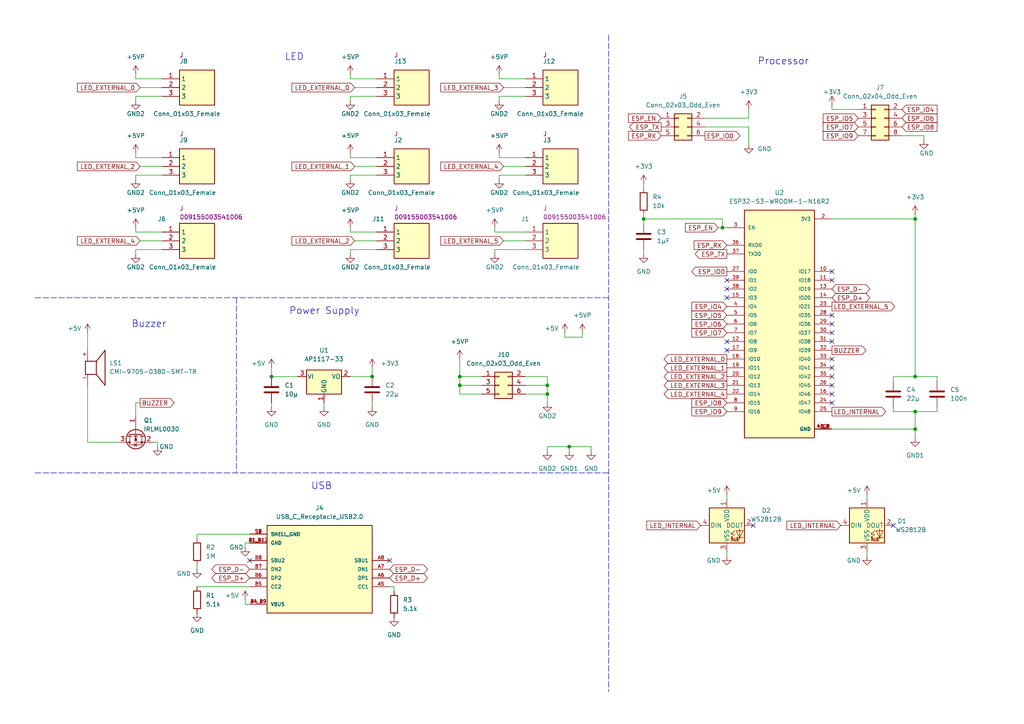
<source format=kicad_sch>
(kicad_sch (version 20211123) (generator eeschema)
  (paper "A4")
  (title_block (title "FabLight") (date "2023-03-22") (rev "1") (company "RLKM UG"))
  (lib_symbols
    (symbol "AMS1117:AP1117-33" (pin_names (offset 0.254))
      (property "Reference" "U" (at -3.81 3.175 0))
      (property "Value" "AP1117-33" (at 0 3.175 0))
      (symbol "AP1117-33_0_1"
        (rectangle (start -5.08 -5.08) (end 5.08 1.905) (stroke (width 0.254)) (fill (type background)))
      )
      (symbol "AP1117-33_1_1"
        (pin power_in line (at 0 -7.62 90) (length 2.54) (name "GND") (number "1"))
        (pin passive line (at 7.62 0 180) (length 2.54) (name "VO") (number "2"))
        (pin power_in line (at -7.62 0 0) (length 2.54) (name "VI") (number "3"))
      )
    )
    (symbol "CUI:CMI-9705-0380-SMT-TR" (pin_numbers hide) (pin_names (offset 1.016) hide)
      (property "Reference" "LS" (at -1.27 6.35 0))
      (property "Value" "CMI-9705-0380-SMT-TR" (at -1.27 -8.255 0))
      (symbol "CMI-9705-0380-SMT-TR_0_0"
        (polyline (pts (xy -3.175 -1.905) (xy -2.54 -1.905)) (stroke (width 0.254)))
        (polyline (pts (xy -3.175 1.905) (xy -3.175 -1.905)) (stroke (width 0.254)))
        (polyline (pts (xy -3.175 1.905) (xy -2.54 1.905)) (stroke (width 0.254)))
        (polyline (pts (xy -2.54 -2.54) (xy -2.54 -1.905)) (stroke (width 0.1524)))
        (polyline (pts (xy -2.54 -1.905) (xy 0 -1.905)) (stroke (width 0.254)))
        (polyline (pts (xy -2.54 1.905) (xy 0 1.905)) (stroke (width 0.254)))
        (polyline (pts (xy -2.54 2.54) (xy -2.54 1.905)) (stroke (width 0.1524)))
        (polyline (pts (xy 0 -1.905) (xy 0 1.905)) (stroke (width 0.254)))
        (polyline (pts (xy 0 -1.905) (xy 2.54 -5.08)) (stroke (width 0.254)))
        (polyline (pts (xy 0 1.905) (xy 2.54 5.08)) (stroke (width 0.254)))
        (polyline (pts (xy 2.54 -5.08) (xy 2.54 5.08)) (stroke (width 0.254)))
        (text "+" (at -4.318 3.302 0) (effects (font (size 1.27 1.27)) (justify left bottom)))
        (text "-" (at -4.318 -3.556 0) (effects (font (size 1.27 1.27)) (justify left bottom)))
        (pin passive line (at -2.54 -5.08 90) (length 2.54) (name "~") (number "N"))
        (pin passive line (at -2.54 5.08 270) (length 2.54) (name "~") (number "P"))
      )
    )
    (symbol "Connector_Generic:Conn_02x03_Odd_Even" (pin_names (offset 1.016) hide)
      (property "Reference" "J" (at 1.27 5.08 0))
      (property "Value" "Conn_02x03_Odd_Even" (at 1.27 -5.08 0))
      (symbol "Conn_02x03_Odd_Even_1_1"
        (rectangle (start -1.27 -2.413) (end 0 -2.667) (stroke (width 0.1524)))
        (rectangle (start -1.27 0.127) (end 0 -0.127) (stroke (width 0.1524)))
        (rectangle (start -1.27 2.667) (end 0 2.413) (stroke (width 0.1524)))
        (rectangle (start -1.27 3.81) (end 3.81 -3.81) (stroke (width 0.254)) (fill (type background)))
        (rectangle (start 3.81 -2.413) (end 2.54 -2.667) (stroke (width 0.1524)))
        (rectangle (start 3.81 0.127) (end 2.54 -0.127) (stroke (width 0.1524)))
        (rectangle (start 3.81 2.667) (end 2.54 2.413) (stroke (width 0.1524)))
        (pin passive line (at -5.08 2.54 0) (length 3.81) (name "Pin_1") (number "1"))
        (pin passive line (at 7.62 2.54 180) (length 3.81) (name "Pin_2") (number "2"))
        (pin passive line (at -5.08 0 0) (length 3.81) (name "Pin_3") (number "3"))
        (pin passive line (at 7.62 0 180) (length 3.81) (name "Pin_4") (number "4"))
        (pin passive line (at -5.08 -2.54 0) (length 3.81) (name "Pin_5") (number "5"))
        (pin passive line (at 7.62 -2.54 180) (length 3.81) (name "Pin_6") (number "6"))
      )
    )
    (symbol "Connector_Generic:Conn_02x04_Odd_Even" (pin_names (offset 1.016) hide)
      (property "Reference" "J" (at 1.27 5.08 0))
      (property "Value" "Conn_02x04_Odd_Even" (at 1.27 -7.62 0))
      (symbol "Conn_02x04_Odd_Even_1_1"
        (rectangle (start -1.27 -4.953) (end 0 -5.207) (stroke (width 0.1524)))
        (rectangle (start -1.27 -2.413) (end 0 -2.667) (stroke (width 0.1524)))
        (rectangle (start -1.27 0.127) (end 0 -0.127) (stroke (width 0.1524)))
        (rectangle (start -1.27 2.667) (end 0 2.413) (stroke (width 0.1524)))
        (rectangle (start -1.27 3.81) (end 3.81 -6.35) (stroke (width 0.254)) (fill (type background)))
        (rectangle (start 3.81 -4.953) (end 2.54 -5.207) (stroke (width 0.1524)))
        (rectangle (start 3.81 -2.413) (end 2.54 -2.667) (stroke (width 0.1524)))
        (rectangle (start 3.81 0.127) (end 2.54 -0.127) (stroke (width 0.1524)))
        (rectangle (start 3.81 2.667) (end 2.54 2.413) (stroke (width 0.1524)))
        (pin passive line (at -5.08 2.54 0) (length 3.81) (name "Pin_1") (number "1"))
        (pin passive line (at 7.62 2.54 180) (length 3.81) (name "Pin_2") (number "2"))
        (pin passive line (at -5.08 0 0) (length 3.81) (name "Pin_3") (number "3"))
        (pin passive line (at 7.62 0 180) (length 3.81) (name "Pin_4") (number "4"))
        (pin passive line (at -5.08 -2.54 0) (length 3.81) (name "Pin_5") (number "5"))
        (pin passive line (at 7.62 -2.54 180) (length 3.81) (name "Pin_6") (number "6"))
        (pin passive line (at -5.08 -5.08 0) (length 3.81) (name "Pin_7") (number "7"))
        (pin passive line (at 7.62 -5.08 180) (length 3.81) (name "Pin_8") (number "8"))
      )
    )
    (symbol "Device:C" (pin_numbers hide) (pin_names (offset 0.254))
      (property "Reference" "C" (at 0.635 2.54 0))
      (property "Value" "C" (at 0.635 -2.54 0))
      (symbol "C_0_1"
        (polyline (pts (xy -2.032 -0.762) (xy 2.032 -0.762)) (stroke (width 0.508)))
        (polyline (pts (xy -2.032 0.762) (xy 2.032 0.762)) (stroke (width 0.508)))
      )
      (symbol "C_1_1"
        (pin passive line (at 0 3.81 270) (length 2.794) (name "~") (number "1"))
        (pin passive line (at 0 -3.81 90) (length 2.794) (name "~") (number "2"))
      )
    )
    (symbol "Device:R" (pin_numbers hide) (pin_names (offset 0))
      (property "Reference" "R" (at 2.032 0 90))
      (property "Value" "R" (at 0 0 90))
      (symbol "R_0_1"
        (rectangle (start -1.016 -2.54) (end 1.016 2.54) (stroke (width 0.254)))
      )
      (symbol "R_1_1"
        (pin passive line (at 0 3.81 270) (length 1.27) (name "~") (number "1"))
        (pin passive line (at 0 -3.81 90) (length 1.27) (name "~") (number "2"))
      )
    )
    (symbol "ESP32-S3:ESP32-S3-WROOM-1-N16R2" (pin_names (offset 1.016))
      (property "Reference" "U" (at -10.16 34.1122 0))
      (property "Value" "ESP32-S3-WROOM-1-N16R2" (at -10.16 -35.56 0))
      (symbol "ESP32-S3-WROOM-1-N16R2_0_0"
        (rectangle (start -10.16 -33.02) (end 10.16 33.02) (stroke (width 0.254)) (fill (type background)))
        (pin power_in line (at 15.24 -30.48 180) (length 5.08) (name "GND") (number "1"))
        (pin bidirectional line (at 15.24 15.24 180) (length 5.08) (name "IO17") (number "10"))
        (pin bidirectional line (at 15.24 12.7 180) (length 5.08) (name "IO18") (number "11"))
        (pin bidirectional line (at -15.24 -5.08 0) (length 5.08) (name "IO8") (number "12"))
        (pin bidirectional line (at 15.24 10.16 180) (length 5.08) (name "IO19") (number "13"))
        (pin bidirectional line (at 15.24 7.62 180) (length 5.08) (name "IO20") (number "14"))
        (pin bidirectional line (at -15.24 7.62 0) (length 5.08) (name "IO3") (number "15"))
        (pin bidirectional line (at 15.24 -20.32 180) (length 5.08) (name "IO46") (number "16"))
        (pin bidirectional line (at -15.24 -7.62 0) (length 5.08) (name "IO9") (number "17"))
        (pin bidirectional line (at -15.24 -10.16 0) (length 5.08) (name "IO10") (number "18"))
        (pin bidirectional line (at -15.24 -12.7 0) (length 5.08) (name "IO11") (number "19"))
        (pin power_in line (at 15.24 30.48 180) (length 5.08) (name "3V3") (number "2"))
        (pin bidirectional line (at -15.24 -15.24 0) (length 5.08) (name "IO12") (number "20"))
        (pin bidirectional line (at -15.24 -17.78 0) (length 5.08) (name "IO13") (number "21"))
        (pin bidirectional line (at -15.24 -20.32 0) (length 5.08) (name "IO14") (number "22"))
        (pin bidirectional line (at 15.24 5.08 180) (length 5.08) (name "IO21") (number "23"))
        (pin bidirectional line (at 15.24 -22.86 180) (length 5.08) (name "IO47") (number "24"))
        (pin bidirectional line (at 15.24 -25.4 180) (length 5.08) (name "IO48") (number "25"))
        (pin bidirectional line (at 15.24 -17.78 180) (length 5.08) (name "IO45") (number "26"))
        (pin bidirectional line (at -15.24 15.24 0) (length 5.08) (name "IO0") (number "27"))
        (pin bidirectional line (at 15.24 2.54 180) (length 5.08) (name "IO35") (number "28"))
        (pin bidirectional line (at 15.24 0 180) (length 5.08) (name "IO36") (number "29"))
        (pin input line (at -15.24 27.94 0) (length 5.08) (name "EN") (number "3"))
        (pin bidirectional line (at 15.24 -2.54 180) (length 5.08) (name "IO37") (number "30"))
        (pin bidirectional line (at 15.24 -5.08 180) (length 5.08) (name "IO38") (number "31"))
        (pin bidirectional line (at 15.24 -7.62 180) (length 5.08) (name "IO39") (number "32"))
        (pin bidirectional line (at 15.24 -10.16 180) (length 5.08) (name "IO40") (number "33"))
        (pin bidirectional line (at 15.24 -12.7 180) (length 5.08) (name "IO41") (number "34"))
        (pin bidirectional line (at 15.24 -15.24 180) (length 5.08) (name "IO42") (number "35"))
        (pin bidirectional line (at -15.24 22.86 0) (length 5.08) (name "RXD0") (number "36"))
        (pin bidirectional line (at -15.24 20.32 0) (length 5.08) (name "TXD0") (number "37"))
        (pin bidirectional line (at -15.24 10.16 0) (length 5.08) (name "IO2") (number "38"))
        (pin bidirectional line (at -15.24 12.7 0) (length 5.08) (name "IO1") (number "39"))
        (pin bidirectional line (at -15.24 5.08 0) (length 5.08) (name "IO4") (number "4"))
        (pin power_in line (at 15.24 -30.48 180) (length 5.08) (name "GND") (number "40"))
        (pin power_in line (at 15.24 -30.48 180) (length 5.08) (name "GND") (number "41_1"))
        (pin power_in line (at 15.24 -30.48 180) (length 5.08) (name "GND") (number "41_2"))
        (pin power_in line (at 15.24 -30.48 180) (length 5.08) (name "GND") (number "41_3"))
        (pin power_in line (at 15.24 -30.48 180) (length 5.08) (name "GND") (number "41_4"))
        (pin power_in line (at 15.24 -30.48 180) (length 5.08) (name "GND") (number "41_5"))
        (pin power_in line (at 15.24 -30.48 180) (length 5.08) (name "GND") (number "41_6"))
        (pin power_in line (at 15.24 -30.48 180) (length 5.08) (name "GND") (number "41_7"))
        (pin power_in line (at 15.24 -30.48 180) (length 5.08) (name "GND") (number "41_8"))
        (pin power_in line (at 15.24 -30.48 180) (length 5.08) (name "GND") (number "41_9"))
        (pin bidirectional line (at -15.24 2.54 0) (length 5.08) (name "IO5") (number "5"))
        (pin bidirectional line (at -15.24 0 0) (length 5.08) (name "IO6") (number "6"))
        (pin bidirectional line (at -15.24 -2.54 0) (length 5.08) (name "IO7") (number "7"))
        (pin bidirectional line (at -15.24 -22.86 0) (length 5.08) (name "IO15") (number "8"))
        (pin bidirectional line (at -15.24 -25.4 0) (length 5.08) (name "IO16") (number "9"))
      )
    )
    (symbol "KYOCERA:009155003541006"
      (property "Value" "009155003541006" (at 19.05 3.81 0))
      (property "Reference_1" "J" (at 10.16 7.62 0))
      (symbol "009155003541006_1_1"
        (rectangle (start 10.16 -7.62) (end 20.32 2.54) (stroke (width 0.254)) (fill (type background)))
        (pin passive line (at 5.08 0 0) (length 5.08) (name "1") (number "1"))
        (pin passive line (at 5.08 -2.54 0) (length 5.08) (name "2") (number "2"))
        (pin passive line (at 5.08 -5.08 0) (length 5.08) (name "3") (number "3"))
      )
    )
    (symbol "LED:WS2812B" (pin_names (offset 0.254))
      (property "Reference" "D" (at 5.08 5.715 0))
      (property "Value" "WS2812B" (at 1.27 -5.715 0))
      (symbol "WS2812B_0_0"
        (text "RGB" (at 2.286 -4.191 0) (effects (font (size 0.762 0.762))))
      )
      (symbol "WS2812B_0_1"
        (polyline (pts (xy 1.27 -3.556) (xy 1.778 -3.556)))
        (polyline (pts (xy 1.27 -2.54) (xy 1.778 -2.54)))
        (polyline (pts (xy 4.699 -3.556) (xy 2.667 -3.556)))
        (polyline (pts (xy 2.286 -2.54) (xy 1.27 -3.556) (xy 1.27 -3.048)))
        (polyline (pts (xy 2.286 -1.524) (xy 1.27 -2.54) (xy 1.27 -2.032)))
        (polyline (pts (xy 3.683 -1.016) (xy 3.683 -3.556) (xy 3.683 -4.064)))
        (polyline (pts (xy 4.699 -1.524) (xy 2.667 -1.524) (xy 3.683 -3.556) (xy 4.699 -1.524)))
        (rectangle (start 5.08 5.08) (end -5.08 -5.08) (stroke (width 0.254)) (fill (type background)))
      )
      (symbol "WS2812B_1_1"
        (pin power_in line (at 0 7.62 270) (length 2.54) (name "VDD") (number "1"))
        (pin output line (at 7.62 0 180) (length 2.54) (name "DOUT") (number "2"))
        (pin power_in line (at 0 -7.62 90) (length 2.54) (name "VSS") (number "3"))
        (pin input line (at -7.62 0 0) (length 2.54) (name "DIN") (number "4"))
      )
    )
    (symbol "Transistor_FET:IRLML0030" (pin_names hide)
      (property "Reference" "Q" (at 5.08 1.905 0))
      (property "Value" "IRLML0030" (at 5.08 0 0))
      (symbol "IRLML0030_0_1"
        (polyline (pts (xy 0.254 0) (xy -2.54 0)))
        (polyline (pts (xy 0.254 1.905) (xy 0.254 -1.905)) (stroke (width 0.254)))
        (polyline (pts (xy 0.762 -1.27) (xy 0.762 -2.286)) (stroke (width 0.254)))
        (polyline (pts (xy 0.762 0.508) (xy 0.762 -0.508)) (stroke (width 0.254)))
        (polyline (pts (xy 0.762 2.286) (xy 0.762 1.27)) (stroke (width 0.254)))
        (polyline (pts (xy 2.54 2.54) (xy 2.54 1.778)))
        (polyline (pts (xy 2.54 -2.54) (xy 2.54 0) (xy 0.762 0)))
        (polyline (pts (xy 0.762 -1.778) (xy 3.302 -1.778) (xy 3.302 1.778) (xy 0.762 1.778)))
        (polyline (pts (xy 1.016 0) (xy 2.032 0.381) (xy 2.032 -0.381) (xy 1.016 0)) (fill (type outline)))
        (polyline (pts (xy 2.794 0.508) (xy 2.921 0.381) (xy 3.683 0.381) (xy 3.81 0.254)))
        (polyline (pts (xy 3.302 0.381) (xy 2.921 -0.254) (xy 3.683 -0.254) (xy 3.302 0.381)))
        (circle (center 1.651 0) (radius 2.794) (stroke (width 0.254)))
        (circle (center 2.54 -1.778) (radius 0.254) (fill (type outline)))
        (circle (center 2.54 1.778) (radius 0.254) (fill (type outline)))
      )
      (symbol "IRLML0030_1_1"
        (pin input line (at -5.08 0 0) (length 2.54) (name "G") (number "1"))
        (pin passive line (at 2.54 -5.08 90) (length 2.54) (name "S") (number "2"))
        (pin passive line (at 2.54 5.08 270) (length 2.54) (name "D") (number "3"))
      )
    )
    (symbol "USB4105:USB4105-GF-A" (pin_names (offset 1.016))
      (property "Reference" "J" (at -15.24 13.97 0))
      (property "Value" "USB4105-GF-A" (at -15.24 -15.24 0))
      (symbol "USB4105-GF-A_0_0"
        (rectangle (start -15.24 -12.7) (end 15.24 12.7) (stroke (width 0.254)) (fill (type background)))
        (pin power_in line (at 20.32 -7.62 180) (length 5.08) (name "GND") (number "A1_B12"))
        (pin power_in line (at 20.32 10.16 180) (length 5.08) (name "VBUS") (number "A4_B9"))
        (pin bidirectional line (at -20.32 5.08 0) (length 5.08) (name "CC1") (number "A5"))
        (pin bidirectional line (at -20.32 2.54 0) (length 5.08) (name "DP1") (number "A6"))
        (pin bidirectional line (at -20.32 0 0) (length 5.08) (name "DN1") (number "A7"))
        (pin bidirectional line (at -20.32 -2.54 0) (length 5.08) (name "SBU1") (number "A8"))
        (pin power_in line (at 20.32 -7.62 180) (length 5.08) (name "GND") (number "B1_A12"))
        (pin power_in line (at 20.32 10.16 180) (length 5.08) (name "VBUS") (number "B4_A9"))
        (pin bidirectional line (at 20.32 5.08 180) (length 5.08) (name "CC2") (number "B5"))
        (pin bidirectional line (at 20.32 2.54 180) (length 5.08) (name "DP2") (number "B6"))
        (pin bidirectional line (at 20.32 0 180) (length 5.08) (name "DN2") (number "B7"))
        (pin bidirectional line (at 20.32 -2.54 180) (length 5.08) (name "SBU2") (number "B8"))
        (pin power_in line (at 20.32 -10.16 180) (length 5.08) (name "SHELL_GND") (number "S1"))
        (pin power_in line (at 20.32 -10.16 180) (length 5.08) (name "SHELL_GND") (number "S2"))
        (pin power_in line (at 20.32 -10.16 180) (length 5.08) (name "SHELL_GND") (number "S3"))
        (pin power_in line (at 20.32 -10.16 180) (length 5.08) (name "SHELL_GND") (number "S4"))
      )
    )
    (symbol "power:+3.3V" (power) (pin_names (offset 0))
      (property "Value" "+3.3V" (at 0 3.556 0))
      (symbol "+3.3V_0_1"
        (polyline (pts (xy -0.762 1.27) (xy 0 2.54)))
        (polyline (pts (xy 0 0) (xy 0 2.54)))
        (polyline (pts (xy 0 2.54) (xy 0.762 1.27)))
      )
      (symbol "+3.3V_1_1"
        (pin power_in line (at 0 0 90) (length 0) hide (name "+3V3") (number "1"))
      )
    )
    (symbol "power:+5V" (power) (pin_names (offset 0))
      (property "Value" "+5V" (at 0 3.556 0))
      (symbol "+5V_0_1"
        (polyline (pts (xy -0.762 1.27) (xy 0 2.54)))
        (polyline (pts (xy 0 0) (xy 0 2.54)))
        (polyline (pts (xy 0 2.54) (xy 0.762 1.27)))
      )
      (symbol "+5V_1_1"
        (pin power_in line (at 0 0 90) (length 0) hide (name "+5V") (number "1"))
      )
    )
    (symbol "power:+5VP" (power) (pin_names (offset 0))
      (property "Value" "+5VP" (at 0 3.556 0))
      (symbol "+5VP_0_1"
        (polyline (pts (xy -0.762 1.27) (xy 0 2.54)))
        (polyline (pts (xy 0 0) (xy 0 2.54)))
        (polyline (pts (xy 0 2.54) (xy 0.762 1.27)))
      )
      (symbol "+5VP_1_1"
        (pin power_in line (at 0 0 90) (length 0) hide (name "+5VP") (number "1"))
      )
    )
    (symbol "power:GND" (power) (pin_names (offset 0))
      (property "Value" "GND" (at 0 -3.81 0))
      (symbol "GND_0_1"
        (polyline (pts (xy 0 0) (xy 0 -1.27) (xy 1.27 -1.27) (xy 0 -2.54) (xy -1.27 -1.27) (xy 0 -1.27)))
      )
      (symbol "GND_1_1"
        (pin power_in line (at 0 0 270) (length 0) hide (name "GND") (number "1"))
      )
    )
    (symbol "power:GND1" (power) (pin_names (offset 0))
      (property "Value" "GND1" (at 0 -3.81 0))
      (symbol "GND1_0_1"
        (polyline (pts (xy 0 0) (xy 0 -1.27) (xy 1.27 -1.27) (xy 0 -2.54) (xy -1.27 -1.27) (xy 0 -1.27)))
      )
      (symbol "GND1_1_1"
        (pin power_in line (at 0 0 270) (length 0) hide (name "GND1") (number "1"))
      )
    )
    (symbol "power:GND2" (power) (pin_names (offset 0))
      (property "Value" "GND2" (at 0 -3.81 0))
      (symbol "GND2_0_1"
        (polyline (pts (xy 0 0) (xy 0 -1.27) (xy 1.27 -1.27) (xy 0 -2.54) (xy -1.27 -1.27) (xy 0 -1.27)))
      )
      (symbol "GND2_1_1"
        (pin power_in line (at 0 0 270) (length 0) hide (name "GND2") (number "1"))
      )
    )
  )
  (junction (at 133.35 111.76))
  (junction (at 107.95 109.22))
  (junction (at 133.35 109.22))
  (junction (at 209.55 66.04))
  (junction (at 265.43 109.22))
  (junction (at 265.43 124.46))
  (junction (at 186.69 63.5))
  (junction (at 78.74 109.22))
  (junction (at 158.75 111.76))
  (junction (at 158.75 114.3))
  (junction (at 265.43 119.38))
  (junction (at 165.1 129.54))
  (junction (at 265.43 63.5))
  (no_connect (at 241.3 114.3))
  (no_connect (at 241.3 81.28))
  (no_connect (at 241.3 91.44))
  (no_connect (at 241.3 78.74))
  (no_connect (at 72.39 162.56))
  (no_connect (at 210.82 101.6))
  (no_connect (at 241.3 106.68))
  (no_connect (at 113.03 162.56))
  (no_connect (at 210.82 99.06))
  (no_connect (at 241.3 104.14))
  (no_connect (at 210.82 83.82))
  (no_connect (at 241.3 99.06))
  (no_connect (at 218.44 152.4))
  (no_connect (at 210.82 86.36))
  (no_connect (at 259.08 152.4))
  (no_connect (at 210.82 81.28))
  (no_connect (at 241.3 93.98))
  (no_connect (at 241.3 111.76))
  (no_connect (at 241.3 96.52))
  (no_connect (at 241.3 109.22))
  (no_connect (at 241.3 116.84))
  (wire (pts (xy 57.15 154.94) (xy 72.39 154.94)))
  (wire (pts (xy 102.87 69.85) (xy 109.22 69.85)))
  (wire (pts (xy 158.75 116.84) (xy 158.75 114.3)))
  (wire (pts (xy 40.64 25.4) (xy 46.99 25.4)))
  (wire (pts (xy 107.95 106.68) (xy 107.95 109.22)))
  (polyline (pts (xy 10.16 137.16) (xy 176.53 137.16)))
  (wire (pts (xy 57.15 170.18) (xy 72.39 170.18)))
  (wire (pts (xy 143.51 72.39) (xy 143.51 73.66)))
  (wire (pts (xy 133.35 111.76) (xy 139.7 111.76)))
  (wire (pts (xy 210.82 161.29) (xy 210.82 160.02)))
  (wire (pts (xy 158.75 114.3) (xy 158.75 111.76)))
  (polyline (pts (xy 10.16 86.36) (xy 176.53 86.36)))
  (wire (pts (xy 39.37 120.65) (xy 39.37 116.84)))
  (wire (pts (xy 40.64 69.85) (xy 46.99 69.85)))
  (wire (pts (xy 241.3 124.46) (xy 265.43 124.46)))
  (wire (pts (xy 265.43 63.5) (xy 265.43 109.22)))
  (wire (pts (xy 101.6 72.39) (xy 101.6 73.66)))
  (wire (pts (xy 93.98 116.84) (xy 93.98 118.11)))
  (wire (pts (xy 133.35 104.14) (xy 133.35 109.22)))
  (wire (pts (xy 78.74 106.68) (xy 78.74 109.22)))
  (wire (pts (xy 186.69 72.39) (xy 186.69 73.66)))
  (wire (pts (xy 251.46 143.51) (xy 251.46 144.78)))
  (wire (pts (xy 259.08 118.11) (xy 259.08 119.38)))
  (wire (pts (xy 144.78 27.94) (xy 144.78 29.21)))
  (wire (pts (xy 143.51 67.31) (xy 143.51 66.04)))
  (wire (pts (xy 57.15 163.83) (xy 57.15 165.1)))
  (wire (pts (xy 158.75 130.81) (xy 158.75 129.54)))
  (wire (pts (xy 78.74 109.22) (xy 86.36 109.22)))
  (wire (pts (xy 101.6 45.72) (xy 101.6 44.45)))
  (wire (pts (xy 44.45 128.27) (xy 45.72 128.27)))
  (wire (pts (xy 217.17 34.29) (xy 204.47 34.29)))
  (wire (pts (xy 158.75 114.3) (xy 152.4 114.3)))
  (wire (pts (xy 158.75 111.76) (xy 158.75 109.22)))
  (wire (pts (xy 144.78 45.72) (xy 144.78 44.45)))
  (wire (pts (xy 158.75 111.76) (xy 152.4 111.76)))
  (wire (pts (xy 25.4 96.52) (xy 25.4 101.6)))
  (wire (pts (xy 39.37 45.72) (xy 39.37 44.45)))
  (wire (pts (xy 39.37 72.39) (xy 46.99 72.39)))
  (wire (pts (xy 101.6 67.31) (xy 109.22 67.31)))
  (wire (pts (xy 209.55 63.5) (xy 186.69 63.5)))
  (wire (pts (xy 210.82 143.51) (xy 210.82 144.78)))
  (wire (pts (xy 171.45 130.81) (xy 171.45 129.54)))
  (wire (pts (xy 45.72 128.27) (xy 45.72 129.54)))
  (wire (pts (xy 186.69 53.34) (xy 186.69 54.61)))
  (wire (pts (xy 25.4 111.76) (xy 25.4 128.27)))
  (wire (pts (xy 259.08 109.22) (xy 259.08 110.49)))
  (wire (pts (xy 146.05 48.26) (xy 152.4 48.26)))
  (wire (pts (xy 265.43 62.23) (xy 265.43 63.5)))
  (wire (pts (xy 39.37 67.31) (xy 39.37 66.04)))
  (wire (pts (xy 78.74 116.84) (xy 78.74 118.11)))
  (wire (pts (xy 209.55 66.04) (xy 209.55 63.5)))
  (wire (pts (xy 71.12 173.99) (xy 71.12 175.26)))
  (wire (pts (xy 101.6 67.31) (xy 101.6 66.04)))
  (wire (pts (xy 39.37 67.31) (xy 46.99 67.31)))
  (wire (pts (xy 144.78 50.8) (xy 144.78 52.07)))
  (wire (pts (xy 158.75 109.22) (xy 152.4 109.22)))
  (wire (pts (xy 265.43 119.38) (xy 271.78 119.38)))
  (wire (pts (xy 101.6 72.39) (xy 109.22 72.39)))
  (wire (pts (xy 102.87 25.4) (xy 109.22 25.4)))
  (wire (pts (xy 39.37 50.8) (xy 39.37 52.07)))
  (wire (pts (xy 168.91 97.79) (xy 163.83 97.79)))
  (wire (pts (xy 217.17 31.75) (xy 217.17 34.29)))
  (wire (pts (xy 271.78 110.49) (xy 271.78 109.22)))
  (wire (pts (xy 72.39 175.26) (xy 71.12 175.26)))
  (wire (pts (xy 217.17 36.83) (xy 204.47 36.83)))
  (wire (pts (xy 40.64 48.26) (xy 46.99 48.26)))
  (wire (pts (xy 171.45 129.54) (xy 165.1 129.54)))
  (wire (pts (xy 241.3 31.75) (xy 241.3 30.48)))
  (polyline (pts (xy 176.53 10.16) (xy 176.53 200.66)))
  (wire (pts (xy 143.51 72.39) (xy 152.4 72.39)))
  (wire (pts (xy 163.83 97.79) (xy 163.83 96.52)))
  (wire (pts (xy 261.62 39.37) (xy 267.97 39.37)))
  (wire (pts (xy 133.35 109.22) (xy 139.7 109.22)))
  (wire (pts (xy 107.95 116.84) (xy 107.95 118.11)))
  (wire (pts (xy 158.75 129.54) (xy 165.1 129.54)))
  (wire (pts (xy 271.78 119.38) (xy 271.78 118.11)))
  (wire (pts (xy 152.4 22.86) (xy 144.78 22.86)))
  (wire (pts (xy 265.43 109.22) (xy 259.08 109.22)))
  (wire (pts (xy 113.03 170.18) (xy 114.3 170.18)))
  (wire (pts (xy 109.22 50.8) (xy 101.6 50.8)))
  (wire (pts (xy 25.4 128.27) (xy 34.29 128.27)))
  (wire (pts (xy 259.08 119.38) (xy 265.43 119.38)))
  (wire (pts (xy 39.37 27.94) (xy 39.37 29.21)))
  (wire (pts (xy 101.6 27.94) (xy 101.6 29.21)))
  (wire (pts (xy 143.51 67.31) (xy 152.4 67.31)))
  (wire (pts (xy 152.4 50.8) (xy 144.78 50.8)))
  (wire (pts (xy 101.6 109.22) (xy 107.95 109.22)))
  (wire (pts (xy 209.55 66.04) (xy 210.82 66.04)))
  (wire (pts (xy 71.12 157.48) (xy 71.12 158.75)))
  (wire (pts (xy 72.39 157.48) (xy 71.12 157.48)))
  (wire (pts (xy 102.87 48.26) (xy 109.22 48.26)))
  (wire (pts (xy 267.97 39.37) (xy 267.97 40.64)))
  (wire (pts (xy 217.17 41.91) (xy 217.17 36.83)))
  (wire (pts (xy 46.99 50.8) (xy 39.37 50.8)))
  (wire (pts (xy 114.3 170.18) (xy 114.3 171.45)))
  (wire (pts (xy 46.99 22.86) (xy 39.37 22.86)))
  (wire (pts (xy 251.46 161.29) (xy 251.46 160.02)))
  (wire (pts (xy 265.43 119.38) (xy 265.43 124.46)))
  (wire (pts (xy 133.35 114.3) (xy 133.35 111.76)))
  (wire (pts (xy 152.4 45.72) (xy 144.78 45.72)))
  (wire (pts (xy 39.37 22.86) (xy 39.37 21.59)))
  (wire (pts (xy 186.69 62.23) (xy 186.69 63.5)))
  (wire (pts (xy 146.05 69.85) (xy 152.4 69.85)))
  (wire (pts (xy 46.99 27.94) (xy 39.37 27.94)))
  (wire (pts (xy 208.28 66.04) (xy 209.55 66.04)))
  (wire (pts (xy 265.43 124.46) (xy 265.43 127)))
  (wire (pts (xy 144.78 22.86) (xy 144.78 21.59)))
  (wire (pts (xy 271.78 109.22) (xy 265.43 109.22)))
  (wire (pts (xy 152.4 27.94) (xy 144.78 27.94)))
  (wire (pts (xy 57.15 154.94) (xy 57.15 156.21)))
  (wire (pts (xy 46.99 45.72) (xy 39.37 45.72)))
  (wire (pts (xy 109.22 45.72) (xy 101.6 45.72)))
  (wire (pts (xy 39.37 72.39) (xy 39.37 73.66)))
  (wire (pts (xy 101.6 22.86) (xy 101.6 21.59)))
  (wire (pts (xy 168.91 96.52) (xy 168.91 97.79)))
  (wire (pts (xy 165.1 129.54) (xy 165.1 130.81)))
  (wire (pts (xy 146.05 25.4) (xy 152.4 25.4)))
  (wire (pts (xy 109.22 22.86) (xy 101.6 22.86)))
  (wire (pts (xy 241.3 63.5) (xy 265.43 63.5)))
  (wire (pts (xy 109.22 27.94) (xy 101.6 27.94)))
  (wire (pts (xy 101.6 50.8) (xy 101.6 52.07)))
  (wire (pts (xy 186.69 63.5) (xy 186.69 64.77)))
  (wire (pts (xy 139.7 114.3) (xy 133.35 114.3)))
  (polyline (pts (xy 68.58 86.36) (xy 68.58 137.16)))
  (wire (pts (xy 248.92 31.75) (xy 241.3 31.75)))
  (wire (pts (xy 39.37 116.84) (xy 40.64 116.84)))
  (wire (pts (xy 133.35 111.76) (xy 133.35 109.22)))
  (text "LED" (at 82.55 17.78 0) (effects (font (size 2 2)) (justify left bottom)))
  (text "Buzzer" (at 38.1 95.25 0) (effects (font (size 2 2)) (justify left bottom)))
  (text "Power Supply" (at 83.82 91.44 0) (effects (font (size 2 2)) (justify left bottom)))
  (text "USB" (at 90.17 142.24 0) (effects (font (size 2 2)) (justify left bottom)))
  (text "Processor" (at 219.71 19.05 0) (effects (font (size 2 2)) (justify left bottom)))
  (global_label "LED_INTERNAL" (shape output) (at 241.3 119.38 0) (property "Intersheet References" "${INTERSHEET_REFS}" (effects hide)))
  (global_label "ESP_D-" (shape bidirectional) (at 241.3 83.82 0) (property "Intersheet References" "${INTERSHEET_REFS}" (effects hide)))
  (global_label "LED_EXTERNAL_0" (shape input) (at 40.64 25.4 180) (property "Intersheet References" "${INTERSHEET_REFS}" (effects hide)))
  (global_label "ESP_IO9" (shape input) (at 210.82 119.38 180) (property "Intersheet References" "${INTERSHEET_REFS}" (effects hide)))
  (global_label "ESP_IO0" (shape output) (at 210.82 78.74 180) (property "Intersheet References" "${INTERSHEET_REFS}" (effects hide)))
  (global_label "ESP_IO5" (shape input) (at 248.92 34.29 180) (property "Intersheet References" "${INTERSHEET_REFS}" (effects hide)))
  (global_label "LED_EXTERNAL_3" (shape output) (at 210.82 111.76 180) (property "Intersheet References" "${INTERSHEET_REFS}" (effects hide)))
  (global_label "ESP_IO6" (shape input) (at 210.82 93.98 180) (property "Intersheet References" "${INTERSHEET_REFS}" (effects hide)))
  (global_label "LED_EXTERNAL_1" (shape input) (at 102.87 48.26 180) (property "Intersheet References" "${INTERSHEET_REFS}" (effects hide)))
  (global_label "LED_EXTERNAL_0" (shape input) (at 102.87 25.4 180) (property "Intersheet References" "${INTERSHEET_REFS}" (effects hide)))
  (global_label "ESP_IO6" (shape input) (at 261.62 34.29 0) (property "Intersheet References" "${INTERSHEET_REFS}" (effects hide)))
  (global_label "LED_INTERNAL" (shape input) (at 243.84 152.4 180) (property "Intersheet References" "${INTERSHEET_REFS}" (effects hide)))
  (global_label "BUZZER" (shape output) (at 40.64 116.84 0) (property "Intersheet References" "${INTERSHEET_REFS}" (effects hide)))
  (global_label "ESP_IO7" (shape input) (at 248.92 36.83 180) (property "Intersheet References" "${INTERSHEET_REFS}" (effects hide)))
  (global_label "LED_EXTERNAL_5" (shape input) (at 146.05 69.85 180) (property "Intersheet References" "${INTERSHEET_REFS}" (effects hide)))
  (global_label "LED_EXTERNAL_2" (shape input) (at 40.64 48.26 180) (property "Intersheet References" "${INTERSHEET_REFS}" (effects hide)))
  (global_label "LED_EXTERNAL_0" (shape output) (at 210.82 104.14 180) (property "Intersheet References" "${INTERSHEET_REFS}" (effects hide)))
  (global_label "ESP_D+" (shape bidirectional) (at 241.3 86.36 0) (property "Intersheet References" "${INTERSHEET_REFS}" (effects hide)))
  (global_label "ESP_IO4" (shape input) (at 210.82 88.9 180) (property "Intersheet References" "${INTERSHEET_REFS}" (effects hide)))
  (global_label "ESP_TX" (shape output) (at 210.82 73.66 180) (property "Intersheet References" "${INTERSHEET_REFS}" (effects hide)))
  (global_label "ESP_D-" (shape bidirectional) (at 72.39 165.1 180) (property "Intersheet References" "${INTERSHEET_REFS}" (effects hide)))
  (global_label "LED_EXTERNAL_3" (shape input) (at 146.05 25.4 180) (property "Intersheet References" "${INTERSHEET_REFS}" (effects hide)))
  (global_label "LED_EXTERNAL_1" (shape output) (at 210.82 106.68 180) (property "Intersheet References" "${INTERSHEET_REFS}" (effects hide)))
  (global_label "LED_INTERNAL" (shape input) (at 203.2 152.4 180) (property "Intersheet References" "${INTERSHEET_REFS}" (effects hide)))
  (global_label "ESP_RX" (shape input) (at 210.82 71.12 180) (property "Intersheet References" "${INTERSHEET_REFS}" (effects hide)))
  (global_label "LED_EXTERNAL_4" (shape input) (at 40.64 69.85 180) (property "Intersheet References" "${INTERSHEET_REFS}" (effects hide)))
  (global_label "LED_EXTERNAL_4" (shape output) (at 210.82 114.3 180) (property "Intersheet References" "${INTERSHEET_REFS}" (effects hide)))
  (global_label "LED_EXTERNAL_2" (shape output) (at 210.82 109.22 180) (property "Intersheet References" "${INTERSHEET_REFS}" (effects hide)))
  (global_label "ESP_IO5" (shape input) (at 210.82 91.44 180) (property "Intersheet References" "${INTERSHEET_REFS}" (effects hide)))
  (global_label "ESP_IO8" (shape input) (at 210.82 116.84 180) (property "Intersheet References" "${INTERSHEET_REFS}" (effects hide)))
  (global_label "ESP_IO4" (shape input) (at 261.62 31.75 0) (property "Intersheet References" "${INTERSHEET_REFS}" (effects hide)))
  (global_label "ESP_D-" (shape bidirectional) (at 113.03 165.1 0) (property "Intersheet References" "${INTERSHEET_REFS}" (effects hide)))
  (global_label "ESP_EN" (shape input) (at 208.28 66.04 180) (property "Intersheet References" "${INTERSHEET_REFS}" (effects hide)))
  (global_label "ESP_IO0" (shape output) (at 204.47 39.37 0) (property "Intersheet References" "${INTERSHEET_REFS}" (effects hide)))
  (global_label "ESP_D+" (shape bidirectional) (at 113.03 167.64 0) (property "Intersheet References" "${INTERSHEET_REFS}" (effects hide)))
  (global_label "ESP_RX" (shape input) (at 191.77 39.37 180) (property "Intersheet References" "${INTERSHEET_REFS}" (effects hide)))
  (global_label "LED_EXTERNAL_5" (shape output) (at 241.3 88.9 0) (property "Intersheet References" "${INTERSHEET_REFS}" (effects hide)))
  (global_label "ESP_D+" (shape bidirectional) (at 72.39 167.64 180) (property "Intersheet References" "${INTERSHEET_REFS}" (effects hide)))
  (global_label "ESP_TX" (shape output) (at 191.77 36.83 180) (property "Intersheet References" "${INTERSHEET_REFS}" (effects hide)))
  (global_label "ESP_IO9" (shape input) (at 248.92 39.37 180) (property "Intersheet References" "${INTERSHEET_REFS}" (effects hide)))
  (global_label "ESP_IO7" (shape input) (at 210.82 96.52 180) (property "Intersheet References" "${INTERSHEET_REFS}" (effects hide)))
  (global_label "LED_EXTERNAL_4" (shape input) (at 146.05 48.26 180) (property "Intersheet References" "${INTERSHEET_REFS}" (effects hide)))
  (global_label "BUZZER" (shape output) (at 241.3 101.6 0) (property "Intersheet References" "${INTERSHEET_REFS}" (effects hide)))
  (global_label "ESP_EN" (shape input) (at 191.77 34.29 180) (property "Intersheet References" "${INTERSHEET_REFS}" (effects hide)))
  (global_label "ESP_IO8" (shape input) (at 261.62 36.83 0) (property "Intersheet References" "${INTERSHEET_REFS}" (effects hide)))
  (global_label "LED_EXTERNAL_2" (shape input) (at 102.87 69.85 180) (property "Intersheet References" "${INTERSHEET_REFS}" (effects hide)))
  (symbol (lib_id "KYOCERA:009155003541006") (at 104.14 22.86 0) (unit 1)
    (property "Reference" "J13" (at 114.3 17.78 0) (effects (justify left)))
    (property "Value" "Conn_01x03_Female" (at 105.41 33.02 0) (effects (justify left)))
    (property "Footprint" "KYOCERA:009155003541006" (effects hide))
    (property "Reference_1" "J" (at 114.3 15.24 0) (effects (justify left top)))
    (property "Footprint_1" "009155003541006" (effects hide))
    (property "Height" "4" (effects hide))
    (property "Mouser Part Number" "581-009155003541006" (effects hide))
    (property "Mouser Price/Stock" "https://www.mouser.co.uk/ProductDetail/AVX/009155003541006?qs=aTQdX%252BfNGTp5QwJ6nid1rw%3D%3D" (effects hide))
    (property "Manufacturer_Name" "AVX" (effects hide))
    (property "Manufacturer_Part_Number" "009155003541006" (effects hide))
  )
  (symbol (lib_id "power:GND") (at 171.45 130.81 0) (unit 1)
    (property "Reference" "#PWR0147" (effects hide))
    (property "Value" "GND" (at 171.45 135.89 0))
  )
  (symbol (lib_id "power:GND2") (at 144.78 52.07 0) (unit 1)
    (property "Reference" "#PWR0131" (effects hide))
    (property "Value" "GND2" (at 144.78 55.88 0))
  )
  (symbol (lib_id "power:GND") (at 71.12 158.75 0) (unit 1)
    (property "Reference" "#PWR0110" (effects hide))
    (property "Value" "GND" (at 68.58 158.75 0))
  )
  (symbol (lib_id "Device:R") (at 186.69 58.42 0) (unit 1)
    (property "Reference" "R4" (at 189.23 57.1499 0) (effects (justify left)))
    (property "Value" "10k" (at 189.23 59.6899 0) (effects (justify left)))
    (property "Footprint" "Resistor_SMD:R_0805_2012Metric_Pad1.20x1.40mm_HandSolder" (effects hide))
  )
  (symbol (lib_id "KYOCERA:009155003541006") (at 41.91 45.72 0) (unit 1)
    (property "Reference" "J9" (at 52.07 40.64 0) (effects (justify left)))
    (property "Value" "Conn_01x03_Female" (at 43.18 55.88 0) (effects (justify left)))
    (property "Footprint" "KYOCERA:009155003541006" (effects hide))
    (property "Reference_1" "J" (at 52.07 38.1 0) (effects (justify left top)))
    (property "Footprint_1" "009155003541006" (effects hide))
    (property "Height" "4" (effects hide))
    (property "Mouser Part Number" "581-009155003541006" (effects hide))
    (property "Mouser Price/Stock" "https://www.mouser.co.uk/ProductDetail/AVX/009155003541006?qs=aTQdX%252BfNGTp5QwJ6nid1rw%3D%3D" (effects hide))
    (property "Manufacturer_Name" "AVX" (effects hide))
    (property "Manufacturer_Part_Number" "009155003541006" (effects hide))
  )
  (symbol (lib_id "power:+5VP") (at 39.37 66.04 0) (unit 1)
    (property "Reference" "#PWR0136" (effects hide))
    (property "Value" "+5VP" (at 39.37 60.96 0))
  )
  (symbol (lib_id "Device:C") (at 271.78 114.3 0) (unit 1)
    (property "Reference" "C5" (at 275.59 113.0299 0) (effects (justify left)))
    (property "Value" "100n" (at 275.59 115.5699 0) (effects (justify left)))
    (property "Footprint" "Capacitor_SMD:C_0805_2012Metric_Pad1.18x1.45mm_HandSolder" (effects hide))
  )
  (symbol (lib_id "power:+3.3V") (at 217.17 31.75 0) (unit 1)
    (property "Reference" "#PWR0102" (effects hide))
    (property "Value" "+3.3V" (at 217.17 26.67 0))
  )
  (symbol (lib_id "power:+5V") (at 210.82 143.51 0) (unit 1)
    (property "Reference" "#PWR0130" (effects hide))
    (property "Value" "+5V" (at 207.01 142.24 0))
  )
  (symbol (lib_id "power:+5V") (at 163.83 96.52 0) (unit 1)
    (property "Reference" "#PWR0145" (effects hide))
    (property "Value" "+5V" (at 160.02 95.25 0))
  )
  (symbol (lib_id "power:GND2") (at 39.37 29.21 0) (unit 1)
    (property "Reference" "#PWR0139" (effects hide))
    (property "Value" "GND2" (at 39.37 33.02 0))
  )
  (symbol (lib_id "CUI:CMI-9705-0380-SMT-TR") (at 27.94 106.68 0) (unit 1)
    (property "Reference" "LS1" (at 31.75 105.2805 0) (effects (justify left)))
    (property "Value" "CMI-9705-0380-SMT-TR" (at 31.75 107.8205 0) (effects (justify left)))
    (property "Footprint" "CMI-9705-0380-SMT-TR:CUI_CMI-9705-0380-SMT-TR" (effects hide))
    (property "MAXIMUM_PACKAGE_HEIGHT" "5.2mm" (effects hide))
    (property "MANUFACTURER" "CUI Inc." (effects hide))
    (property "PARTREV" "1.0" (effects hide))
    (property "STANDARD" "Manufacturer Recommendations" (effects hide))
  )
  (symbol (lib_id "power:+5V") (at 71.12 173.99 0) (unit 1)
    (property "Reference" "#PWR0112" (effects hide))
    (property "Value" "+5V" (at 67.31 172.72 0))
  )
  (symbol (lib_id "power:+3.3V") (at 265.43 62.23 0) (unit 1)
    (property "Reference" "#PWR0104" (effects hide))
    (property "Value" "+3.3V" (at 265.43 57.15 0))
  )
  (symbol (lib_id "Device:C") (at 186.69 68.58 0) (unit 1)
    (property "Reference" "C3" (at 190.5 67.3099 0) (effects (justify left)))
    (property "Value" "1µF" (at 190.5 69.8499 0) (effects (justify left)))
    (property "Footprint" "Capacitor_SMD:C_0805_2012Metric_Pad1.18x1.45mm_HandSolder" (effects hide))
  )
  (symbol (lib_id "Device:C") (at 259.08 114.3 0) (unit 1)
    (property "Reference" "C4" (at 262.89 113.0299 0) (effects (justify left)))
    (property "Value" "22µ" (at 262.89 115.5699 0) (effects (justify left)))
    (property "Footprint" "Capacitor_SMD:C_0805_2012Metric_Pad1.18x1.45mm_HandSolder" (effects hide))
  )
  (symbol (lib_id "power:+5VP") (at 143.51 66.04 0) (unit 1)
    (property "Reference" "#PWR0142" (effects hide))
    (property "Value" "+5VP" (at 143.51 60.96 0))
  )
  (symbol (lib_id "Device:R") (at 57.15 173.99 0) (unit 1)
    (property "Reference" "R1" (at 59.69 172.7199 0) (effects (justify left)))
    (property "Value" "5.1k" (at 59.69 175.2599 0) (effects (justify left)))
    (property "Footprint" "Resistor_SMD:R_0805_2012Metric_Pad1.20x1.40mm_HandSolder" (effects hide))
  )
  (symbol (lib_id "power:+5V") (at 25.4 96.52 0) (unit 1)
    (property "Reference" "#PWR0106" (effects hide))
    (property "Value" "+5V" (at 21.59 95.25 0))
  )
  (symbol (lib_id "power:+5VP") (at 133.35 104.14 0) (unit 1)
    (property "Reference" "#PWR0123" (effects hide))
    (property "Value" "+5VP" (at 133.35 99.06 0))
  )
  (symbol (lib_id "power:+5VP") (at 101.6 66.04 0) (unit 1)
    (property "Reference" "#PWR0125" (effects hide))
    (property "Value" "+5VP" (at 101.6 60.96 0))
  )
  (symbol (lib_id "KYOCERA:009155003541006") (at 147.32 45.72 0) (unit 1)
    (property "Reference" "J3" (at 157.48 40.64 0) (effects (justify left)))
    (property "Value" "Conn_01x03_Female" (at 148.59 55.88 0) (effects (justify left)))
    (property "Footprint" "KYOCERA:009155003541006" (effects hide))
    (property "Reference_1" "J" (at 157.48 38.1 0) (effects (justify left top)))
    (property "Footprint_1" "009155003541006" (effects hide))
    (property "Height" "4" (effects hide))
    (property "Mouser Part Number" "581-009155003541006" (effects hide))
    (property "Mouser Price/Stock" "https://www.mouser.co.uk/ProductDetail/AVX/009155003541006?qs=aTQdX%252BfNGTp5QwJ6nid1rw%3D%3D" (effects hide))
    (property "Manufacturer_Name" "AVX" (effects hide))
    (property "Manufacturer_Part_Number" "009155003541006" (effects hide))
  )
  (symbol (lib_id "power:GND") (at 186.69 73.66 0) (unit 1)
    (property "Reference" "#PWR0118" (effects hide))
    (property "Value" "GND" (at 186.69 78.74 0))
  )
  (symbol (lib_id "power:GND") (at 57.15 165.1 0) (unit 1)
    (property "Reference" "#PWR0114" (effects hide))
    (property "Value" "GND" (at 53.34 166.37 0))
  )
  (symbol (lib_id "power:+5V") (at 251.46 143.51 0) (unit 1)
    (property "Reference" "#PWR0108" (effects hide))
    (property "Value" "+5V" (at 247.65 142.24 0))
  )
  (symbol (lib_id "power:GND2") (at 101.6 52.07 0) (unit 1)
    (property "Reference" "#PWR0137" (effects hide))
    (property "Value" "GND2" (at 101.6 55.88 0))
  )
  (symbol (lib_id "ESP32-S3:ESP32-S3-WROOM-1-N16R2") (at 226.06 93.98 0) (unit 1)
    (property "Reference" "U2" (at 226.06 55.88 0))
    (property "Value" "ESP32-S3-WROOM-1-N16R2" (at 226.06 58.42 0))
    (property "Footprint" "ESP32-S3:XCVR_ESP32-S3-WROOM-1-N16R2" (effects hide))
    (property "MAXIMUM_PACKAGE_HEIGHT" "3.25mm" (effects hide))
    (property "PARTREV" "v1.0" (effects hide))
    (property "MANUFACTURER" "Espressif" (effects hide))
    (property "STANDARD" "Manufacturer Recommendations" (effects hide))
  )
  (symbol (lib_id "power:+5VP") (at 101.6 44.45 0) (unit 1)
    (property "Reference" "#PWR0140" (effects hide))
    (property "Value" "+5VP" (at 101.6 39.37 0))
  )
  (symbol (lib_id "power:+3.3V") (at 107.95 106.68 0) (unit 1)
    (property "Reference" "#PWR0122" (effects hide))
    (property "Value" "+3.3V" (at 113.03 105.41 0))
  )
  (symbol (lib_id "power:+5VP") (at 168.91 96.52 0) (unit 1)
    (property "Reference" "#PWR0107" (effects hide))
    (property "Value" "+5VP" (at 168.91 91.44 0))
  )
  (symbol (lib_id "Device:C") (at 107.95 113.03 0) (unit 1)
    (property "Reference" "C2" (at 111.76 111.7599 0) (effects (justify left)))
    (property "Value" "22µ" (at 111.76 114.2999 0) (effects (justify left)))
    (property "Footprint" "Capacitor_SMD:C_0805_2012Metric_Pad1.18x1.45mm_HandSolder" (effects hide))
  )
  (symbol (lib_id "power:GND2") (at 101.6 29.21 0) (unit 1)
    (property "Reference" "#PWR0120" (effects hide))
    (property "Value" "GND2" (at 101.6 33.02 0))
  )
  (symbol (lib_id "power:GND2") (at 158.75 130.81 0) (unit 1)
    (property "Reference" "#PWR0149" (effects hide))
    (property "Value" "GND2" (at 158.75 135.89 0))
  )
  (symbol (lib_id "KYOCERA:009155003541006") (at 104.14 67.31 0) (unit 1)
    (property "Reference" "J11" (at 107.95 63.5 0) (effects (justify left)))
    (property "Value" "Conn_01x03_Female" (at 105.41 77.47 0) (effects (justify left)))
    (property "Footprint" "KYOCERA:009155003541006" (effects hide))
    (property "Reference_1" "J" (at 114.3 59.69 0) (effects (justify left top)))
    (property "Value_1" "009155003541006" (at 114.3 62.23 0) (effects (justify left top)))
    (property "Footprint_1" "009155003541006" (effects hide))
    (property "Height" "4" (effects hide))
    (property "Mouser Part Number" "581-009155003541006" (effects hide))
    (property "Mouser Price/Stock" "https://www.mouser.co.uk/ProductDetail/AVX/009155003541006?qs=aTQdX%252BfNGTp5QwJ6nid1rw%3D%3D" (effects hide))
    (property "Manufacturer_Name" "AVX" (effects hide))
    (property "Manufacturer_Part_Number" "009155003541006" (effects hide))
  )
  (symbol (lib_id "LED:WS2812B") (at 251.46 152.4 0) (unit 1)
    (property "Reference" "D1" (at 261.62 151.13 0))
    (property "Value" "WS2812B" (at 264.16 153.67 0))
    (property "Footprint" "LED_SMD:LED_WS2812B_PLCC4_5.0x5.0mm_P3.2mm" (effects hide))
    (property "Datasheet" "https://cdn-shop.adafruit.com/datasheets/WS2812B.pdf" (effects hide))
  )
  (symbol (lib_id "power:GND") (at 57.15 177.8 0) (unit 1)
    (property "Reference" "#PWR0113" (effects hide))
    (property "Value" "GND" (at 57.15 182.88 0))
  )
  (symbol (lib_id "KYOCERA:009155003541006") (at 41.91 67.31 0) (unit 1)
    (property "Reference" "J6" (at 45.72 63.5 0) (effects (justify left)))
    (property "Value" "Conn_01x03_Female" (at 43.18 77.47 0) (effects (justify left)))
    (property "Footprint" "KYOCERA:009155003541006" (effects hide))
    (property "Reference_1" "J" (at 52.07 59.69 0) (effects (justify left top)))
    (property "Value_1" "009155003541006" (at 52.07 62.23 0) (effects (justify left top)))
    (property "Footprint_1" "009155003541006" (effects hide))
    (property "Height" "4" (effects hide))
    (property "Mouser Part Number" "581-009155003541006" (effects hide))
    (property "Mouser Price/Stock" "https://www.mouser.co.uk/ProductDetail/AVX/009155003541006?qs=aTQdX%252BfNGTp5QwJ6nid1rw%3D%3D" (effects hide))
    (property "Manufacturer_Name" "AVX" (effects hide))
    (property "Manufacturer_Part_Number" "009155003541006" (effects hide))
  )
  (symbol (lib_id "power:GND") (at 93.98 118.11 0) (unit 1)
    (property "Reference" "#PWR0115" (effects hide))
    (property "Value" "GND" (at 93.98 123.19 0))
  )
  (symbol (lib_id "power:+5V") (at 78.74 106.68 0) (unit 1)
    (property "Reference" "#PWR0119" (effects hide))
    (property "Value" "+5V" (at 74.93 105.41 0))
  )
  (symbol (lib_id "Device:R") (at 114.3 175.26 0) (unit 1)
    (property "Reference" "R3" (at 116.84 173.9899 0) (effects (justify left)))
    (property "Value" "5.1k" (at 116.84 176.5299 0) (effects (justify left)))
    (property "Footprint" "Resistor_SMD:R_0805_2012Metric_Pad1.20x1.40mm_HandSolder" (effects hide))
  )
  (symbol (lib_id "power:GND") (at 45.72 129.54 0) (unit 1)
    (property "Reference" "#PWR0143" (effects hide))
    (property "Value" "GND" (at 48.26 129.54 0))
  )
  (symbol (lib_id "Connector_Generic:Conn_02x03_Odd_Even") (at 196.85 36.83 0) (unit 1)
    (property "Reference" "J5" (at 198.12 27.94 0))
    (property "Value" "Conn_02x03_Odd_Even" (at 198.12 30.48 0))
    (property "Footprint" "Connector:Tag-Connect_TC2030-IDC-NL_2x03_P1.27mm_Vertical" (effects hide))
  )
  (symbol (lib_id "power:+5VP") (at 144.78 44.45 0) (unit 1)
    (property "Reference" "#PWR0138" (effects hide))
    (property "Value" "+5VP" (at 144.78 39.37 0))
  )
  (symbol (lib_id "power:GND") (at 251.46 161.29 0) (unit 1)
    (property "Reference" "#PWR0109" (effects hide))
    (property "Value" "GND" (at 247.65 162.56 0))
  )
  (symbol (lib_id "power:GND2") (at 39.37 52.07 0) (unit 1)
    (property "Reference" "#PWR0124" (effects hide))
    (property "Value" "GND2" (at 39.37 55.88 0))
  )
  (symbol (lib_id "power:GND2") (at 101.6 73.66 0) (unit 1)
    (property "Reference" "#PWR0132" (effects hide))
    (property "Value" "GND2" (at 101.6 77.47 0))
  )
  (symbol (lib_id "power:GND") (at 210.82 161.29 0) (unit 1)
    (property "Reference" "#PWR0129" (effects hide))
    (property "Value" "GND" (at 207.01 162.56 0))
  )
  (symbol (lib_id "power:+3.3V") (at 241.3 30.48 0) (unit 1)
    (property "Reference" "#PWR0126" (effects hide))
    (property "Value" "+3.3V" (at 241.3 26.67 0))
  )
  (symbol (lib_id "Connector_Generic:Conn_02x03_Odd_Even") (at 144.78 111.76 0) (unit 1)
    (property "Reference" "J10" (at 146.05 102.87 0))
    (property "Value" "Conn_02x03_Odd_Even" (at 146.05 105.41 0))
    (property "Footprint" "Connector_PinHeader_2.54mm:PinHeader_2x03_P2.54mm_Vertical_SMD" (effects hide))
  )
  (symbol (lib_id "power:GND1") (at 165.1 130.81 0) (unit 1)
    (property "Reference" "#PWR0148" (effects hide))
    (property "Value" "GND1" (at 165.1 135.89 0))
  )
  (symbol (lib_id "power:GND2") (at 143.51 73.66 0) (unit 1)
    (property "Reference" "#PWR0144" (effects hide))
    (property "Value" "GND2" (at 143.51 77.47 0))
  )
  (symbol (lib_id "power:+5VP") (at 39.37 44.45 0) (unit 1)
    (property "Reference" "#PWR0133" (effects hide))
    (property "Value" "+5VP" (at 39.37 39.37 0))
  )
  (symbol (lib_id "power:GND") (at 107.95 118.11 0) (unit 1)
    (property "Reference" "#PWR0121" (effects hide))
    (property "Value" "GND" (at 107.95 123.19 0))
  )
  (symbol (lib_id "LED:WS2812B") (at 210.82 152.4 0) (unit 1)
    (property "Reference" "D2" (at 222.25 148.0693 0))
    (property "Value" "WS2812B" (at 222.25 150.6093 0))
    (property "Footprint" "LED_SMD:LED_WS2812B_PLCC4_5.0x5.0mm_P3.2mm" (effects hide))
    (property "Datasheet" "https://cdn-shop.adafruit.com/datasheets/WS2812B.pdf" (effects hide))
  )
  (symbol (lib_id "USB4105:USB4105-GF-A") (at 92.71 165.1 180) (unit 1)
    (property "Reference" "J4" (at 92.71 147.32 0))
    (property "Value" "USB_C_Receptacle_USB2.0" (at 92.71 149.86 0))
    (property "Footprint" "USB:GCT_USB4105-GF-A" (effects hide))
    (property "Datasheet" "https://www.usb.org/sites/default/files/documents/usb_type-c.zip" (effects hide))
    (property "MAXIMUM_PACKAGE_HEIGHT" "3.31 mm" (effects hide))
    (property "PARTREV" "A3" (effects hide))
    (property "STANDARD" "Manufacturer Recommendations" (effects hide))
    (property "MANUFACTURER" "GCT" (effects hide))
  )
  (symbol (lib_id "power:+5VP") (at 39.37 21.59 0) (unit 1)
    (property "Reference" "#PWR0135" (effects hide))
    (property "Value" "+5VP" (at 39.37 16.51 0))
  )
  (symbol (lib_id "KYOCERA:009155003541006") (at 147.32 67.31 0) (unit 1)
    (property "Reference" "J1" (at 151.13 63.5 0) (effects (justify left)))
    (property "Value" "Conn_01x03_Female" (at 148.59 77.47 0) (effects (justify left)))
    (property "Footprint" "KYOCERA:009155003541006" (effects hide))
    (property "Reference_1" "J" (at 157.48 59.69 0) (effects (justify left top)))
    (property "Value_1" "009155003541006" (at 157.48 62.23 0) (effects (justify left top)))
    (property "Footprint_1" "009155003541006" (effects hide))
    (property "Height" "4" (effects hide))
    (property "Mouser Part Number" "581-009155003541006" (effects hide))
    (property "Mouser Price/Stock" "https://www.mouser.co.uk/ProductDetail/AVX/009155003541006?qs=aTQdX%252BfNGTp5QwJ6nid1rw%3D%3D" (effects hide))
    (property "Manufacturer_Name" "AVX" (effects hide))
    (property "Manufacturer_Part_Number" "009155003541006" (effects hide))
  )
  (symbol (lib_id "KYOCERA:009155003541006") (at 41.91 22.86 0) (unit 1)
    (property "Reference" "J8" (at 52.07 17.78 0) (effects (justify left)))
    (property "Value" "Conn_01x03_Female" (at 44.45 33.02 0) (effects (justify left)))
    (property "Footprint" "KYOCERA:009155003541006" (effects hide))
    (property "Reference_1" "J" (at 52.07 15.24 0) (effects (justify left top)))
    (property "Footprint_1" "009155003541006" (effects hide))
    (property "Height" "4" (effects hide))
    (property "Mouser Part Number" "581-009155003541006" (effects hide))
    (property "Mouser Price/Stock" "https://www.mouser.co.uk/ProductDetail/AVX/009155003541006?qs=aTQdX%252BfNGTp5QwJ6nid1rw%3D%3D" (effects hide))
    (property "Manufacturer_Name" "AVX" (effects hide))
    (property "Manufacturer_Part_Number" "009155003541006" (effects hide))
  )
  (symbol (lib_id "power:GND") (at 217.17 41.91 0) (mirror y) (unit 1)
    (property "Reference" "#PWR0101" (effects hide))
    (property "Value" "GND" (at 219.71 43.1799 0) (effects (justify right)))
  )
  (symbol (lib_id "Device:C") (at 78.74 113.03 0) (unit 1)
    (property "Reference" "C1" (at 82.55 111.7599 0) (effects (justify left)))
    (property "Value" "10µ" (at 82.55 114.2999 0) (effects (justify left)))
    (property "Footprint" "Capacitor_SMD:C_0805_2012Metric_Pad1.18x1.45mm_HandSolder" (effects hide))
  )
  (symbol (lib_id "power:GND") (at 114.3 179.07 0) (unit 1)
    (property "Reference" "#PWR0111" (effects hide))
    (property "Value" "GND" (at 114.3 184.15 0))
  )
  (symbol (lib_id "power:+3.3V") (at 186.69 53.34 0) (unit 1)
    (property "Reference" "#PWR0117" (effects hide))
    (property "Value" "+3.3V" (at 186.69 48.26 0))
  )
  (symbol (lib_id "power:GND2") (at 39.37 73.66 0) (unit 1)
    (property "Reference" "#PWR0141" (effects hide))
    (property "Value" "GND2" (at 39.37 77.47 0))
  )
  (symbol (lib_id "power:GND2") (at 144.78 29.21 0) (unit 1)
    (property "Reference" "#PWR0134" (effects hide))
    (property "Value" "GND2" (at 144.78 33.02 0))
  )
  (symbol (lib_id "power:GND") (at 267.97 40.64 0) (mirror y) (unit 1)
    (property "Reference" "#PWR0103" (effects hide))
    (property "Value" "GND" (at 266.7 44.45 0) (effects (justify right)))
  )
  (symbol (lib_id "Transistor_FET:IRLML0030") (at 39.37 125.73 90) (mirror x) (unit 1)
    (property "Reference" "Q1" (at 44.45 121.92 90) (effects (justify left)))
    (property "Value" "IRLML0030" (at 52.07 124.46 90) (effects (justify left)))
    (property "Footprint" "Package_TO_SOT_SMD:SOT-23" (effects hide))
    (property "Datasheet" "https://www.infineon.com/dgdl/irlml0030pbf.pdf?fileId=5546d462533600a401535664773825df" (effects hide))
  )
  (symbol (lib_id "Connector_Generic:Conn_02x04_Odd_Even") (at 254 34.29 0) (unit 1)
    (property "Reference" "J7" (at 255.27 25.4 0))
    (property "Value" "Conn_02x04_Odd_Even" (at 255.27 27.94 0))
    (property "Footprint" "Connector_PinHeader_2.54mm:PinHeader_2x04_P2.54mm_Vertical_SMD" (effects hide))
  )
  (symbol (lib_id "power:GND") (at 78.74 118.11 0) (unit 1)
    (property "Reference" "#PWR0116" (effects hide))
    (property "Value" "GND" (at 78.74 123.19 0))
  )
  (symbol (lib_id "power:GND1") (at 265.43 127 0) (unit 1)
    (property "Reference" "#PWR0146" (effects hide))
    (property "Value" "GND1" (at 265.43 132.08 0))
  )
  (symbol (lib_id "KYOCERA:009155003541006") (at 104.14 45.72 0) (unit 1)
    (property "Reference" "J2" (at 114.3 40.64 0) (effects (justify left)))
    (property "Value" "Conn_01x03_Female" (at 106.68 55.88 0) (effects (justify left)))
    (property "Footprint" "KYOCERA:009155003541006" (effects hide))
    (property "Reference_1" "J" (at 114.3 38.1 0) (effects (justify left top)))
    (property "Footprint_1" "009155003541006" (effects hide))
    (property "Height" "4" (effects hide))
    (property "Mouser Part Number" "581-009155003541006" (effects hide))
    (property "Mouser Price/Stock" "https://www.mouser.co.uk/ProductDetail/AVX/009155003541006?qs=aTQdX%252BfNGTp5QwJ6nid1rw%3D%3D" (effects hide))
    (property "Manufacturer_Name" "AVX" (effects hide))
    (property "Manufacturer_Part_Number" "009155003541006" (effects hide))
  )
  (symbol (lib_id "KYOCERA:009155003541006") (at 147.32 22.86 0) (unit 1)
    (property "Reference" "J12" (at 157.48 17.78 0) (effects (justify left)))
    (property "Value" "Conn_01x03_Female" (at 149.86 33.02 0) (effects (justify left)))
    (property "Footprint" "KYOCERA:009155003541006" (effects hide))
    (property "Reference_1" "J" (at 157.48 15.24 0) (effects (justify left top)))
    (property "Footprint_1" "009155003541006" (effects hide))
    (property "Height" "4" (effects hide))
    (property "Mouser Part Number" "581-009155003541006" (effects hide))
    (property "Mouser Price/Stock" "https://www.mouser.co.uk/ProductDetail/AVX/009155003541006?qs=aTQdX%252BfNGTp5QwJ6nid1rw%3D%3D" (effects hide))
    (property "Manufacturer_Name" "AVX" (effects hide))
    (property "Manufacturer_Part_Number" "009155003541006" (effects hide))
  )
  (symbol (lib_id "power:+5VP") (at 101.6 21.59 0) (unit 1)
    (property "Reference" "#PWR0128" (effects hide))
    (property "Value" "+5VP" (at 101.6 16.51 0))
  )
  (symbol (lib_id "Device:R") (at 57.15 160.02 0) (unit 1)
    (property "Reference" "R2" (at 59.69 158.7499 0) (effects (justify left)))
    (property "Value" "1M" (at 59.69 161.2899 0) (effects (justify left)))
    (property "Footprint" "Resistor_SMD:R_0805_2012Metric_Pad1.20x1.40mm_HandSolder" (effects hide))
  )
  (symbol (lib_id "power:GND2") (at 158.75 116.84 0) (unit 1)
    (property "Reference" "#PWR0105" (effects hide))
    (property "Value" "GND2" (at 158.75 120.65 0))
  )
  (symbol (lib_id "AMS1117:AP1117-33") (at 93.98 109.22 0) (unit 1)
    (property "Reference" "U1" (at 93.98 101.6 0))
    (property "Value" "AP1117-33" (at 93.98 104.14 0))
    (property "Footprint" "AMS1117:SOT-223-3Lead_TabPin2" (effects hide))
  )
  (symbol (lib_id "power:+5VP") (at 144.78 21.59 0) (unit 1)
    (property "Reference" "#PWR0127" (effects hide))
    (property "Value" "+5VP" (at 144.78 16.51 0))
  )
)
</source>
